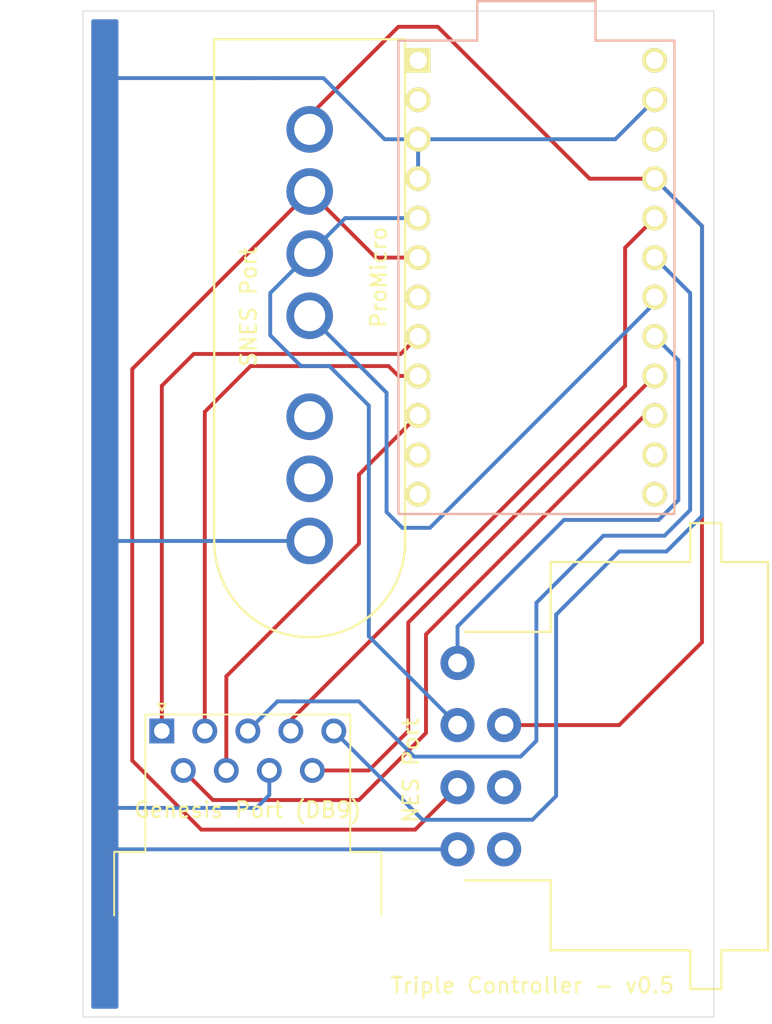
<source format=kicad_pcb>
(kicad_pcb (version 20171130) (host pcbnew "(5.1.10-1-10_14)")

  (general
    (thickness 1.6)
    (drawings 5)
    (tracks 102)
    (zones 0)
    (modules 4)
    (nets 27)
  )

  (page A4)
  (layers
    (0 F.Cu signal)
    (31 B.Cu signal)
    (33 F.Adhes user)
    (35 F.Paste user)
    (37 F.SilkS user)
    (38 B.Mask user)
    (39 F.Mask user)
    (40 Dwgs.User user)
    (41 Cmts.User user)
    (42 Eco1.User user)
    (43 Eco2.User user)
    (44 Edge.Cuts user)
    (45 Margin user)
    (46 B.CrtYd user)
    (47 F.CrtYd user)
    (49 F.Fab user)
  )

  (setup
    (last_trace_width 0.25)
    (trace_clearance 0.2)
    (zone_clearance 0.508)
    (zone_45_only yes)
    (trace_min 0.2)
    (via_size 0.8)
    (via_drill 0.4)
    (via_min_size 0.4)
    (via_min_drill 0.3)
    (uvia_size 0.3)
    (uvia_drill 0.1)
    (uvias_allowed no)
    (uvia_min_size 0.2)
    (uvia_min_drill 0.1)
    (edge_width 0.05)
    (segment_width 0.2)
    (pcb_text_width 0.3)
    (pcb_text_size 1.5 1.5)
    (mod_edge_width 0.12)
    (mod_text_size 1 1)
    (mod_text_width 0.15)
    (pad_size 1.6 1.6)
    (pad_drill 1.1)
    (pad_to_mask_clearance 0)
    (aux_axis_origin 0 0)
    (visible_elements FFFFEF7F)
    (pcbplotparams
      (layerselection 0x010e8_ffffffff)
      (usegerberextensions false)
      (usegerberattributes true)
      (usegerberadvancedattributes true)
      (creategerberjobfile true)
      (excludeedgelayer true)
      (linewidth 0.100000)
      (plotframeref false)
      (viasonmask false)
      (mode 1)
      (useauxorigin false)
      (hpglpennumber 1)
      (hpglpenspeed 20)
      (hpglpendiameter 15.000000)
      (psnegative false)
      (psa4output false)
      (plotreference true)
      (plotvalue true)
      (plotinvisibletext false)
      (padsonsilk false)
      (subtractmaskfromsilk false)
      (outputformat 1)
      (mirror false)
      (drillshape 0)
      (scaleselection 1)
      (outputdirectory "output/"))
  )

  (net 0 "")
  (net 1 "Net-(J2-Pad6)")
  (net 2 "Net-(J2-Pad5)")
  (net 3 "Net-(J2-Pad4)")
  (net 4 "Net-(J1-Pad3)")
  (net 5 "Net-(J1-Pad2)")
  (net 6 "Net-(J1-Pad7)")
  (net 7 "Net-(J1-Pad6)")
  (net 8 "Net-(J1-Pad5)")
  (net 9 "Net-(J1-Pad4)")
  (net 10 "Net-(J1-Pad1)")
  (net 11 "Net-(J3-Pad9)")
  (net 12 "Net-(J3-Pad7)")
  (net 13 "Net-(J3-Pad6)")
  (net 14 "Net-(J3-Pad4)")
  (net 15 "Net-(J3-Pad3)")
  (net 16 "Net-(J3-Pad2)")
  (net 17 "Net-(J3-Pad1)")
  (net 18 "Net-(U1-Pad24)")
  (net 19 "Net-(U1-Pad22)")
  (net 20 "Net-(U1-Pad14)")
  (net 21 "Net-(U1-Pad13)")
  (net 22 "Net-(U1-Pad12)")
  (net 23 "Net-(U1-Pad11)")
  (net 24 "Net-(U1-Pad7)")
  (net 25 "Net-(U1-Pad2)")
  (net 26 "Net-(U1-Pad1)")

  (net_class Default "This is the default net class."
    (clearance 0.2)
    (trace_width 0.25)
    (via_dia 0.8)
    (via_drill 0.4)
    (uvia_dia 0.3)
    (uvia_drill 0.1)
    (add_net "Net-(J1-Pad1)")
    (add_net "Net-(J1-Pad2)")
    (add_net "Net-(J1-Pad3)")
    (add_net "Net-(J1-Pad4)")
    (add_net "Net-(J1-Pad5)")
    (add_net "Net-(J1-Pad6)")
    (add_net "Net-(J1-Pad7)")
    (add_net "Net-(J2-Pad4)")
    (add_net "Net-(J2-Pad5)")
    (add_net "Net-(J2-Pad6)")
    (add_net "Net-(J3-Pad1)")
    (add_net "Net-(J3-Pad2)")
    (add_net "Net-(J3-Pad3)")
    (add_net "Net-(J3-Pad4)")
    (add_net "Net-(J3-Pad6)")
    (add_net "Net-(J3-Pad7)")
    (add_net "Net-(J3-Pad9)")
    (add_net "Net-(U1-Pad1)")
    (add_net "Net-(U1-Pad11)")
    (add_net "Net-(U1-Pad12)")
    (add_net "Net-(U1-Pad13)")
    (add_net "Net-(U1-Pad14)")
    (add_net "Net-(U1-Pad2)")
    (add_net "Net-(U1-Pad22)")
    (add_net "Net-(U1-Pad24)")
    (add_net "Net-(U1-Pad7)")
  )

  (module pkl_connectors:SNES (layer F.Cu) (tedit 61218B21) (tstamp 6121BDC1)
    (at 142.875 34.29 270)
    (path /61207A16)
    (fp_text reference J2 (at 11.43 -3.683 90) (layer F.SilkS) hide
      (effects (font (size 1 1) (thickness 0.15)))
    )
    (fp_text value "SNES Port" (at 11.43 3.937 270) (layer F.SilkS)
      (effects (font (size 1 1) (thickness 0.15)))
    )
    (fp_line (start -4.6 8) (end 26.5 8) (layer F.Fab) (width 0.12))
    (fp_line (start -7.6 -5) (end -7.6 5) (layer F.Fab) (width 0.12))
    (fp_line (start -4.6 -8) (end 26.5 -8) (layer F.Fab) (width 0.12))
    (fp_line (start -5.9 6.3) (end 26.5 6.3) (layer F.Fab) (width 0.12))
    (fp_line (start -5.9 -6.3) (end -5.9 6.3) (layer F.Fab) (width 0.12))
    (fp_line (start -5.9 -6.3) (end 26.5 -6.3) (layer F.Fab) (width 0.12))
    (fp_circle (center 26.5 0) (end 28.15 0) (layer F.Fab) (width 0.12))
    (fp_circle (center 22.5 0) (end 24.15 0) (layer F.Fab) (width 0.12))
    (fp_circle (center 18.5 0) (end 20.15 0) (layer F.Fab) (width 0.12))
    (fp_circle (center 12 0) (end 13.65 0) (layer F.Fab) (width 0.12))
    (fp_circle (center 8 0) (end 9.65 0) (layer F.Fab) (width 0.12))
    (fp_circle (center 4 0) (end 5.65 0) (layer F.Fab) (width 0.12))
    (fp_circle (center 0 0) (end 1.65 0) (layer F.Fab) (width 0.12))
    (fp_line (start -5.8 6.15) (end -5.8 -6.15) (layer F.SilkS) (width 0.15))
    (fp_line (start -5.8 -6.15) (end 26.5 -6.15) (layer F.SilkS) (width 0.15))
    (fp_line (start -5.8 6.15) (end 26.5 6.15) (layer F.SilkS) (width 0.15))
    (fp_arc (start -4.6 -5) (end -4.6 -8) (angle -90) (layer F.Fab) (width 0.12))
    (fp_arc (start -4.6 5) (end -7.6 5) (angle -90) (layer F.Fab) (width 0.12))
    (fp_arc (start 26.5 0) (end 26.5 8) (angle -180) (layer F.Fab) (width 0.12))
    (fp_arc (start 26.5 0) (end 26.5 6.3) (angle -180) (layer F.Fab) (width 0.12))
    (fp_arc (start 26.55 0) (end 26.5 -6.15) (angle 90.46580908) (layer F.SilkS) (width 0.15))
    (fp_arc (start 26.55 0) (end 32.7 0) (angle 90.46580908) (layer F.SilkS) (width 0.15))
    (pad 7 thru_hole circle (at 26.5 0 270) (size 3 3) (drill 2) (layers *.Cu *.Mask)
      (net 10 "Net-(J1-Pad1)"))
    (pad 6 thru_hole circle (at 22.5 0 270) (size 3 3) (drill 2) (layers *.Cu *.Mask)
      (net 1 "Net-(J2-Pad6)"))
    (pad 5 thru_hole circle (at 18.5 0 270) (size 3 3) (drill 2) (layers *.Cu *.Mask)
      (net 2 "Net-(J2-Pad5)"))
    (pad 4 thru_hole circle (at 12 0 270) (size 3 3) (drill 2) (layers *.Cu *.Mask)
      (net 3 "Net-(J2-Pad4)"))
    (pad 3 thru_hole circle (at 8 0 270) (size 3 3) (drill 2) (layers *.Cu *.Mask)
      (net 4 "Net-(J1-Pad3)"))
    (pad 2 thru_hole circle (at 4 0 270) (size 3 3) (drill 2) (layers *.Cu *.Mask)
      (net 5 "Net-(J1-Pad2)"))
    (pad 1 thru_hole circle (at 0 0 270) (size 3 3) (drill 2) (layers *.Cu *.Mask)
      (net 6 "Net-(J1-Pad7)"))
    (model /mnt/venture-data/projects/icebreaker/icebreaker-pmod-git/lib/pkl/packages3d/pkl_connectors.3dshapes/SNES.stp
      (offset (xyz 16.3 4.8 15))
      (scale (xyz 1 1 1))
      (rotate (xyz -90 0 0))
    )
  )

  (module Connector_Dsub:DSUB-9_Male_Horizontal_P2.77x2.54mm_EdgePinOffset9.40mm (layer F.Cu) (tedit 59FEDEE2) (tstamp 61219F9D)
    (at 133.35 73.025)
    (descr "9-pin D-Sub connector, horizontal/angled (90 deg), THT-mount, male, pitch 2.77x2.54mm, pin-PCB-offset 9.4mm, see http://docs-europe.electrocomponents.com/webdocs/1585/0900766b81585df2.pdf")
    (tags "9-pin D-Sub connector horizontal angled 90deg THT male pitch 2.77x2.54mm pin-PCB-offset 9.4mm")
    (path /61205FCB)
    (fp_text reference J3 (at 5.54 -1.8) (layer F.SilkS) hide
      (effects (font (size 1 1) (thickness 0.15)))
    )
    (fp_text value "Genesis Port (DB9)" (at 5.54 5.08) (layer F.SilkS)
      (effects (font (size 1 1) (thickness 0.15)))
    )
    (fp_line (start -0.1 0) (end -0.1 7.84) (layer F.Fab) (width 0.1))
    (fp_line (start 0 0) (end 0 7.84) (layer F.Fab) (width 0.1))
    (fp_line (start 0.1 0) (end 0.1 7.84) (layer F.Fab) (width 0.1))
    (fp_line (start 2.67 0) (end 2.67 7.84) (layer F.Fab) (width 0.1))
    (fp_line (start 2.77 0) (end 2.77 7.84) (layer F.Fab) (width 0.1))
    (fp_line (start 2.87 0) (end 2.87 7.84) (layer F.Fab) (width 0.1))
    (fp_line (start 5.44 0) (end 5.44 7.84) (layer F.Fab) (width 0.1))
    (fp_line (start 5.54 0) (end 5.54 7.84) (layer F.Fab) (width 0.1))
    (fp_line (start 5.64 0) (end 5.64 7.84) (layer F.Fab) (width 0.1))
    (fp_line (start 8.21 0) (end 8.21 7.84) (layer F.Fab) (width 0.1))
    (fp_line (start 8.31 0) (end 8.31 7.84) (layer F.Fab) (width 0.1))
    (fp_line (start 8.41 0) (end 8.41 7.84) (layer F.Fab) (width 0.1))
    (fp_line (start 10.98 0) (end 10.98 7.84) (layer F.Fab) (width 0.1))
    (fp_line (start 11.08 0) (end 11.08 7.84) (layer F.Fab) (width 0.1))
    (fp_line (start 11.18 0) (end 11.18 7.84) (layer F.Fab) (width 0.1))
    (fp_line (start 1.285 2.54) (end 1.285 7.84) (layer F.Fab) (width 0.1))
    (fp_line (start 1.385 2.54) (end 1.385 7.84) (layer F.Fab) (width 0.1))
    (fp_line (start 1.485 2.54) (end 1.485 7.84) (layer F.Fab) (width 0.1))
    (fp_line (start 4.055 2.54) (end 4.055 7.84) (layer F.Fab) (width 0.1))
    (fp_line (start 4.155 2.54) (end 4.155 7.84) (layer F.Fab) (width 0.1))
    (fp_line (start 4.255 2.54) (end 4.255 7.84) (layer F.Fab) (width 0.1))
    (fp_line (start 6.825 2.54) (end 6.825 7.84) (layer F.Fab) (width 0.1))
    (fp_line (start 6.925 2.54) (end 6.925 7.84) (layer F.Fab) (width 0.1))
    (fp_line (start 7.025 2.54) (end 7.025 7.84) (layer F.Fab) (width 0.1))
    (fp_line (start 9.595 2.54) (end 9.595 7.84) (layer F.Fab) (width 0.1))
    (fp_line (start 9.695 2.54) (end 9.695 7.84) (layer F.Fab) (width 0.1))
    (fp_line (start 9.795 2.54) (end 9.795 7.84) (layer F.Fab) (width 0.1))
    (fp_line (start -3.01 7.84) (end -3.01 11.94) (layer F.Fab) (width 0.1))
    (fp_line (start -3.01 11.94) (end 14.09 11.94) (layer F.Fab) (width 0.1))
    (fp_line (start 14.09 11.94) (end 14.09 7.84) (layer F.Fab) (width 0.1))
    (fp_line (start 14.09 7.84) (end -3.01 7.84) (layer F.Fab) (width 0.1))
    (fp_line (start -9.885 11.94) (end -9.885 12.34) (layer F.Fab) (width 0.1))
    (fp_line (start -9.885 12.34) (end 20.965 12.34) (layer F.Fab) (width 0.1))
    (fp_line (start 20.965 12.34) (end 20.965 11.94) (layer F.Fab) (width 0.1))
    (fp_line (start 20.965 11.94) (end -9.885 11.94) (layer F.Fab) (width 0.1))
    (fp_line (start -2.61 12.34) (end -2.61 18.34) (layer F.Fab) (width 0.1))
    (fp_line (start -2.61 18.34) (end 13.69 18.34) (layer F.Fab) (width 0.1))
    (fp_line (start 13.69 18.34) (end 13.69 12.34) (layer F.Fab) (width 0.1))
    (fp_line (start 13.69 12.34) (end -2.61 12.34) (layer F.Fab) (width 0.1))
    (fp_line (start -3.07 11.88) (end -3.07 7.78) (layer F.SilkS) (width 0.12))
    (fp_line (start -3.07 7.78) (end -1.06 7.78) (layer F.SilkS) (width 0.12))
    (fp_line (start -1.06 7.78) (end -1.06 -1.06) (layer F.SilkS) (width 0.12))
    (fp_line (start -1.06 -1.06) (end 12.14 -1.06) (layer F.SilkS) (width 0.12))
    (fp_line (start 12.14 -1.06) (end 12.14 7.78) (layer F.SilkS) (width 0.12))
    (fp_line (start 12.14 7.78) (end 14.15 7.78) (layer F.SilkS) (width 0.12))
    (fp_line (start 14.15 7.78) (end 14.15 11.88) (layer F.SilkS) (width 0.12))
    (fp_line (start -0.25 -1.754338) (end 0.25 -1.754338) (layer F.SilkS) (width 0.12))
    (fp_line (start 0.25 -1.754338) (end 0 -1.321325) (layer F.SilkS) (width 0.12))
    (fp_line (start 0 -1.321325) (end -0.25 -1.754338) (layer F.SilkS) (width 0.12))
    (fp_line (start -3.15 18.85) (end -3.15 12.85) (layer F.CrtYd) (width 0.05))
    (fp_line (start -3.15 12.85) (end -10.4 12.85) (layer F.CrtYd) (width 0.05))
    (fp_line (start -10.4 12.85) (end -10.4 11.45) (layer F.CrtYd) (width 0.05))
    (fp_line (start -10.4 11.45) (end -3.55 11.45) (layer F.CrtYd) (width 0.05))
    (fp_line (start -3.55 11.45) (end -3.55 7.35) (layer F.CrtYd) (width 0.05))
    (fp_line (start -3.55 7.35) (end -1.3 7.35) (layer F.CrtYd) (width 0.05))
    (fp_line (start -1.3 7.35) (end -1.3 -1.35) (layer F.CrtYd) (width 0.05))
    (fp_line (start -1.3 -1.35) (end 12.4 -1.35) (layer F.CrtYd) (width 0.05))
    (fp_line (start 12.4 -1.35) (end 12.4 7.35) (layer F.CrtYd) (width 0.05))
    (fp_line (start 12.4 7.35) (end 14.6 7.35) (layer F.CrtYd) (width 0.05))
    (fp_line (start 14.6 7.35) (end 14.6 11.45) (layer F.CrtYd) (width 0.05))
    (fp_line (start 14.6 11.45) (end 21.5 11.45) (layer F.CrtYd) (width 0.05))
    (fp_line (start 21.5 11.45) (end 21.5 12.85) (layer F.CrtYd) (width 0.05))
    (fp_line (start 21.5 12.85) (end 14.2 12.85) (layer F.CrtYd) (width 0.05))
    (fp_line (start 14.2 12.85) (end 14.2 18.85) (layer F.CrtYd) (width 0.05))
    (fp_line (start 14.2 18.85) (end -3.15 18.85) (layer F.CrtYd) (width 0.05))
    (fp_text user %R (at 5.64 7.84) (layer F.SilkS) hide
      (effects (font (size 1 1) (thickness 0.15)))
    )
    (pad 9 thru_hole circle (at 9.695 2.54) (size 1.6 1.6) (drill 1) (layers *.Cu *.Mask)
      (net 11 "Net-(J3-Pad9)"))
    (pad 8 thru_hole circle (at 6.925 2.54) (size 1.6 1.6) (drill 1) (layers *.Cu *.Mask)
      (net 10 "Net-(J1-Pad1)"))
    (pad 7 thru_hole circle (at 4.155 2.54) (size 1.6 1.6) (drill 1) (layers *.Cu *.Mask)
      (net 12 "Net-(J3-Pad7)"))
    (pad 6 thru_hole circle (at 1.385 2.54) (size 1.6 1.6) (drill 1) (layers *.Cu *.Mask)
      (net 13 "Net-(J3-Pad6)"))
    (pad 5 thru_hole circle (at 11.08 0) (size 1.6 1.6) (drill 1) (layers *.Cu *.Mask)
      (net 6 "Net-(J1-Pad7)"))
    (pad 4 thru_hole circle (at 8.31 0) (size 1.6 1.6) (drill 1) (layers *.Cu *.Mask)
      (net 14 "Net-(J3-Pad4)"))
    (pad 3 thru_hole circle (at 5.54 0) (size 1.6 1.6) (drill 1) (layers *.Cu *.Mask)
      (net 15 "Net-(J3-Pad3)"))
    (pad 2 thru_hole circle (at 2.77 0) (size 1.6 1.6) (drill 1) (layers *.Cu *.Mask)
      (net 16 "Net-(J3-Pad2)"))
    (pad 1 thru_hole rect (at 0 0) (size 1.6 1.6) (drill 1) (layers *.Cu *.Mask)
      (net 17 "Net-(J3-Pad1)"))
    (model ${KISYS3DMOD}/Connector_Dsub.3dshapes/DSUB-9_Male_Horizontal_P2.77x2.54mm_EdgePinOffset9.40mm.wrl
      (at (xyz 0 0 0))
      (scale (xyz 1 1 1))
      (rotate (xyz 0 0 0))
    )
  )

  (module promicro:ProMicro (layer F.Cu) (tedit 61225BA6) (tstamp 6121AD5D)
    (at 157.48 43.815 270)
    (descr "Pro Micro footprint")
    (tags "promicro ProMicro")
    (path /61201496)
    (fp_text reference U1 (at 0 -10.16 90) (layer F.SilkS) hide
      (effects (font (size 1 1) (thickness 0.15)))
    )
    (fp_text value ProMicro (at 0 10.16 90) (layer F.SilkS)
      (effects (font (size 1 1) (thickness 0.15)))
    )
    (fp_line (start 15.24 -8.89) (end 15.24 8.89) (layer B.SilkS) (width 0.15))
    (fp_line (start 15.24 8.89) (end -15.24 8.89) (layer B.SilkS) (width 0.15))
    (fp_line (start -15.24 8.89) (end -15.24 3.81) (layer B.SilkS) (width 0.15))
    (fp_line (start -15.24 3.81) (end -17.78 3.81) (layer B.SilkS) (width 0.15))
    (fp_line (start -17.78 3.81) (end -17.78 -3.81) (layer B.SilkS) (width 0.15))
    (fp_line (start -17.78 -3.81) (end -15.24 -3.81) (layer B.SilkS) (width 0.15))
    (fp_line (start -15.24 -3.81) (end -15.24 -8.89) (layer B.SilkS) (width 0.15))
    (fp_line (start -15.24 -8.89) (end 15.24 -8.89) (layer B.SilkS) (width 0.15))
    (fp_line (start -15.24 8.89) (end 15.24 8.89) (layer F.SilkS) (width 0.15))
    (fp_line (start -15.24 8.89) (end -15.24 3.81) (layer F.SilkS) (width 0.15))
    (fp_line (start -15.24 3.81) (end -17.78 3.81) (layer F.SilkS) (width 0.15))
    (fp_line (start -17.78 3.81) (end -17.78 -3.81) (layer F.SilkS) (width 0.15))
    (fp_line (start -17.78 -3.81) (end -15.24 -3.81) (layer F.SilkS) (width 0.15))
    (fp_line (start -15.24 -3.81) (end -15.24 -8.89) (layer F.SilkS) (width 0.15))
    (fp_line (start -15.24 -8.89) (end 15.24 -8.89) (layer F.SilkS) (width 0.15))
    (fp_line (start 15.24 -8.89) (end 15.24 8.89) (layer F.SilkS) (width 0.15))
    (pad 24 thru_hole circle (at -13.97 -7.62 270) (size 1.6 1.6) (drill 1.1) (layers *.Cu *.Mask F.SilkS)
      (net 18 "Net-(U1-Pad24)"))
    (pad 23 thru_hole circle (at -11.43 -7.62 270) (size 1.6 1.6) (drill 1.1) (layers *.Cu *.Mask F.SilkS)
      (net 10 "Net-(J1-Pad1)"))
    (pad 22 thru_hole circle (at -8.89 -7.62 270) (size 1.6 1.6) (drill 1.1) (layers *.Cu *.Mask F.SilkS)
      (net 19 "Net-(U1-Pad22)"))
    (pad 21 thru_hole circle (at -6.35 -7.62 270) (size 1.6 1.6) (drill 1.1) (layers *.Cu *.Mask F.SilkS)
      (net 6 "Net-(J1-Pad7)"))
    (pad 20 thru_hole circle (at -3.81 -7.62 270) (size 1.6 1.6) (drill 1.1) (layers *.Cu *.Mask F.SilkS)
      (net 14 "Net-(J3-Pad4)"))
    (pad 19 thru_hole circle (at -1.27 -7.62 270) (size 1.6 1.6) (drill 1.1) (layers *.Cu *.Mask F.SilkS)
      (net 15 "Net-(J3-Pad3)"))
    (pad 18 thru_hole circle (at 1.27 -7.62 270) (size 1.6 1.6) (drill 1.1) (layers *.Cu *.Mask F.SilkS)
      (net 3 "Net-(J2-Pad4)"))
    (pad 17 thru_hole circle (at 3.81 -7.62 270) (size 1.6 1.6) (drill 1.1) (layers *.Cu *.Mask F.SilkS)
      (net 9 "Net-(J1-Pad4)"))
    (pad 16 thru_hole circle (at 6.35 -7.62 270) (size 1.6 1.6) (drill 1.1) (layers *.Cu *.Mask F.SilkS)
      (net 11 "Net-(J3-Pad9)"))
    (pad 15 thru_hole circle (at 8.89 -7.62 270) (size 1.6 1.6) (drill 1.1) (layers *.Cu *.Mask F.SilkS)
      (net 13 "Net-(J3-Pad6)"))
    (pad 14 thru_hole circle (at 11.43 -7.62 270) (size 1.6 1.6) (drill 1.1) (layers *.Cu *.Mask F.SilkS)
      (net 20 "Net-(U1-Pad14)"))
    (pad 13 thru_hole circle (at 13.97 -7.62 270) (size 1.6 1.6) (drill 1.1) (layers *.Cu *.Mask F.SilkS)
      (net 21 "Net-(U1-Pad13)"))
    (pad 12 thru_hole circle (at 13.97 7.62 270) (size 1.6 1.6) (drill 1.1) (layers *.Cu *.Mask F.SilkS)
      (net 22 "Net-(U1-Pad12)"))
    (pad 11 thru_hole circle (at 11.43 7.62 270) (size 1.6 1.6) (drill 1.1) (layers *.Cu *.Mask F.SilkS)
      (net 23 "Net-(U1-Pad11)"))
    (pad 10 thru_hole circle (at 8.89 7.62 270) (size 1.6 1.6) (drill 1.1) (layers *.Cu *.Mask F.SilkS)
      (net 12 "Net-(J3-Pad7)"))
    (pad 9 thru_hole circle (at 6.35 7.62 270) (size 1.6 1.6) (drill 1.1) (layers *.Cu *.Mask F.SilkS)
      (net 16 "Net-(J3-Pad2)"))
    (pad 8 thru_hole circle (at 3.81 7.62 270) (size 1.6 1.6) (drill 1.1) (layers *.Cu *.Mask F.SilkS)
      (net 17 "Net-(J3-Pad1)"))
    (pad 7 thru_hole circle (at 1.27 7.62 270) (size 1.6 1.6) (drill 1.1) (layers *.Cu *.Mask F.SilkS)
      (net 24 "Net-(U1-Pad7)"))
    (pad 6 thru_hole circle (at -1.27 7.62 270) (size 1.6 1.6) (drill 1.1) (layers *.Cu *.Mask F.SilkS)
      (net 5 "Net-(J1-Pad2)"))
    (pad 5 thru_hole circle (at -3.81 7.62 270) (size 1.6 1.6) (drill 1.1) (layers *.Cu *.Mask F.SilkS)
      (net 4 "Net-(J1-Pad3)"))
    (pad 4 thru_hole circle (at -6.35 7.62 270) (size 1.6 1.6) (drill 1.1) (layers *.Cu *.Mask F.SilkS)
      (net 10 "Net-(J1-Pad1)"))
    (pad 3 thru_hole circle (at -8.89 7.62 270) (size 1.6 1.6) (drill 1.1) (layers *.Cu *.Mask F.SilkS)
      (net 10 "Net-(J1-Pad1)"))
    (pad 2 thru_hole circle (at -11.43 7.62 270) (size 1.6 1.6) (drill 1.1) (layers *.Cu *.Mask F.SilkS)
      (net 25 "Net-(U1-Pad2)"))
    (pad 1 thru_hole rect (at -13.97 7.62 270) (size 1.6 1.6) (drill 1.1) (layers *.Cu *.Mask F.SilkS)
      (net 26 "Net-(U1-Pad1)"))
  )

  (module pkl_connectors:NES (layer F.Cu) (tedit 5F29DCDF) (tstamp 6121AC8C)
    (at 152.4 80.645 90)
    (path /61201E61)
    (fp_text reference J1 (at 6.35 12.7 270) (layer F.SilkS) hide
      (effects (font (size 1 1) (thickness 0.15)))
    )
    (fp_text value "NES Port" (at 5.08 -3 90) (layer F.SilkS)
      (effects (font (size 1 1) (thickness 0.15)))
    )
    (fp_line (start -2.25 -2) (end 14.25 -2) (layer F.CrtYd) (width 0.05))
    (fp_line (start 14 0.5) (end 14 6) (layer F.Fab) (width 0.12))
    (fp_line (start -2 0.5) (end -2 6) (layer F.Fab) (width 0.12))
    (fp_line (start -2 0.5) (end 14 0.5) (layer F.Fab) (width 0.12))
    (fp_circle (center 8 3) (end 9.65 3) (layer F.Fab) (width 0.12))
    (fp_circle (center 4 3) (end 5.65 3) (layer F.Fab) (width 0.12))
    (fp_circle (center 0 3) (end 1.65 3) (layer F.Fab) (width 0.12))
    (fp_circle (center 12 0) (end 13.65 0) (layer F.Fab) (width 0.12))
    (fp_circle (center 8 0) (end 9.65 0) (layer F.Fab) (width 0.12))
    (fp_circle (center 4 0) (end 5.65 0) (layer F.Fab) (width 0.12))
    (fp_circle (center 0 0) (end 1.65 0) (layer F.Fab) (width 0.12))
    (fp_line (start -2 0.5) (end -2 6) (layer F.SilkS) (width 0.15))
    (fp_line (start 14 6) (end 18.5 6) (layer F.Fab) (width 0.12))
    (fp_line (start 18.5 6) (end 18.5 20) (layer F.Fab) (width 0.12))
    (fp_line (start 18.5 20) (end -6.5 20) (layer F.Fab) (width 0.12))
    (fp_line (start -6.5 20) (end -6.5 6) (layer F.Fab) (width 0.12))
    (fp_line (start -6.5 6) (end -2 6) (layer F.Fab) (width 0.12))
    (fp_line (start 18.5 15) (end 21 15) (layer F.Fab) (width 0.12))
    (fp_line (start 21 15) (end 21 17) (layer F.Fab) (width 0.12))
    (fp_line (start 21 17) (end 18.5 17) (layer F.Fab) (width 0.12))
    (fp_line (start -6.5 15) (end -9 15) (layer F.Fab) (width 0.12))
    (fp_line (start -9 15) (end -9 17) (layer F.Fab) (width 0.12))
    (fp_line (start -9 17) (end -6.5 17) (layer F.Fab) (width 0.12))
    (fp_line (start -2.25 -2) (end -2.25 5.75) (layer F.CrtYd) (width 0.05))
    (fp_line (start -2.25 5.75) (end -6.75 5.75) (layer F.CrtYd) (width 0.05))
    (fp_line (start -6.75 5.75) (end -6.75 14.75) (layer F.CrtYd) (width 0.05))
    (fp_line (start -6.75 14.75) (end -9.25 14.75) (layer F.CrtYd) (width 0.05))
    (fp_line (start -9.25 14.75) (end -9.25 17.25) (layer F.CrtYd) (width 0.05))
    (fp_line (start -9.25 17.25) (end -6.75 17.25) (layer F.CrtYd) (width 0.05))
    (fp_line (start -6.75 17.25) (end -6.75 20.25) (layer F.CrtYd) (width 0.05))
    (fp_line (start -6.75 20.25) (end 18.75 20.25) (layer F.CrtYd) (width 0.05))
    (fp_line (start 18.75 20.25) (end 18.75 17.25) (layer F.CrtYd) (width 0.05))
    (fp_line (start 18.75 17.25) (end 21.25 17.25) (layer F.CrtYd) (width 0.05))
    (fp_line (start 21.25 17.25) (end 21.25 14.75) (layer F.CrtYd) (width 0.05))
    (fp_line (start 21.25 14.75) (end 18.75 14.75) (layer F.CrtYd) (width 0.05))
    (fp_line (start 18.75 14.75) (end 18.75 5.75) (layer F.CrtYd) (width 0.05))
    (fp_line (start 18.75 5.75) (end 14.25 5.75) (layer F.CrtYd) (width 0.05))
    (fp_line (start 14.25 5.75) (end 14.25 -2) (layer F.CrtYd) (width 0.05))
    (fp_line (start -2 6) (end -6.5 6) (layer F.SilkS) (width 0.15))
    (fp_line (start -6.5 6) (end -6.5 15) (layer F.SilkS) (width 0.15))
    (fp_line (start -6.5 15) (end -9 15) (layer F.SilkS) (width 0.15))
    (fp_line (start -9 15) (end -9 17) (layer F.SilkS) (width 0.15))
    (fp_line (start -9 17) (end -6.5 17) (layer F.SilkS) (width 0.15))
    (fp_line (start -6.5 17) (end -6.5 20) (layer F.SilkS) (width 0.15))
    (fp_line (start -6.5 20) (end 18.5 20) (layer F.SilkS) (width 0.15))
    (fp_line (start 18.5 20) (end 18.5 17) (layer F.SilkS) (width 0.15))
    (fp_line (start 18.5 17) (end 21 17) (layer F.SilkS) (width 0.15))
    (fp_line (start 21 17) (end 21 15) (layer F.SilkS) (width 0.15))
    (fp_line (start 21 15) (end 18.5 15) (layer F.SilkS) (width 0.15))
    (fp_line (start 18.5 15) (end 18.5 6) (layer F.SilkS) (width 0.15))
    (fp_line (start 18.5 6) (end 14 6) (layer F.SilkS) (width 0.15))
    (fp_line (start 14 6) (end 14 0.5) (layer F.SilkS) (width 0.15))
    (pad "" np_thru_hole circle (at -4 13.25 90) (size 4.1 4.1) (drill 4.1) (layers *.Cu *.Mask))
    (pad "" np_thru_hole circle (at 16 13 90) (size 4.1 4.1) (drill 4.1) (layers *.Cu *.Mask))
    (pad 7 thru_hole circle (at 8 3 90) (size 2.2 2.2) (drill 1.2) (layers *.Cu *.Mask)
      (net 6 "Net-(J1-Pad7)"))
    (pad 6 thru_hole circle (at 4 3 90) (size 2.2 2.2) (drill 1.2) (layers *.Cu *.Mask)
      (net 7 "Net-(J1-Pad6)"))
    (pad 5 thru_hole circle (at 0 3 90) (size 2.2 2.2) (drill 1.2) (layers *.Cu *.Mask)
      (net 8 "Net-(J1-Pad5)"))
    (pad 4 thru_hole circle (at 12 0 90) (size 2.2 2.2) (drill 1.2) (layers *.Cu *.Mask)
      (net 9 "Net-(J1-Pad4)"))
    (pad 3 thru_hole circle (at 8 0 90) (size 2.2 2.2) (drill 1.2) (layers *.Cu *.Mask)
      (net 4 "Net-(J1-Pad3)"))
    (pad 2 thru_hole circle (at 4 0 90) (size 2.2 2.2) (drill 1.2) (layers *.Cu *.Mask)
      (net 5 "Net-(J1-Pad2)"))
    (pad 1 thru_hole circle (at 0 0 90) (size 2.2 2.2) (drill 1.2) (layers *.Cu *.Mask)
      (net 10 "Net-(J1-Pad1)"))
  )

  (gr_text "Triple Controller - v0.5\n" (at 157.226 89.408) (layer F.SilkS)
    (effects (font (size 1 1) (thickness 0.15)))
  )
  (gr_line (start 128.27 26.67) (end 128.27 91.44) (layer Edge.Cuts) (width 0.05) (tstamp 6121DF4F))
  (gr_line (start 168.91 26.67) (end 168.91 91.44) (layer Edge.Cuts) (width 0.05) (tstamp 6121DF4E))
  (gr_line (start 128.27 26.67) (end 168.91 26.67) (layer Edge.Cuts) (width 0.05))
  (gr_line (start 168.91 91.44) (end 128.27 91.44) (layer Edge.Cuts) (width 0.05))

  (segment (start 165.1 45.466) (end 165.1 45.085) (width 0.25) (layer B.Cu) (net 3))
  (segment (start 147.828 51.243) (end 147.828 58.928) (width 0.25) (layer B.Cu) (net 3))
  (segment (start 150.622 59.944) (end 165.1 45.466) (width 0.25) (layer B.Cu) (net 3))
  (segment (start 148.844 59.944) (end 150.622 59.944) (width 0.25) (layer B.Cu) (net 3))
  (segment (start 147.828 58.928) (end 148.844 59.944) (width 0.25) (layer B.Cu) (net 3))
  (segment (start 142.875 46.29) (end 147.828 51.243) (width 0.25) (layer B.Cu) (net 3))
  (segment (start 145.16 40.005) (end 142.875 42.29) (width 0.25) (layer B.Cu) (net 4))
  (segment (start 149.86 40.005) (end 145.16 40.005) (width 0.25) (layer B.Cu) (net 4))
  (segment (start 140.335 47.548998) (end 142.316002 49.53) (width 0.25) (layer B.Cu) (net 4))
  (segment (start 144.145 49.53) (end 146.685 52.07) (width 0.25) (layer B.Cu) (net 4))
  (segment (start 146.685 52.07) (end 146.685 66.93) (width 0.25) (layer B.Cu) (net 4))
  (segment (start 142.316002 49.53) (end 144.145 49.53) (width 0.25) (layer B.Cu) (net 4))
  (segment (start 140.335 44.83) (end 140.335 47.548998) (width 0.25) (layer B.Cu) (net 4))
  (segment (start 142.875 42.29) (end 140.335 44.83) (width 0.25) (layer B.Cu) (net 4))
  (segment (start 146.685 66.93) (end 152.4 72.645) (width 0.25) (layer B.Cu) (net 4))
  (segment (start 147.13 42.545) (end 142.875 38.29) (width 0.25) (layer F.Cu) (net 5))
  (segment (start 149.86 42.545) (end 147.13 42.545) (width 0.25) (layer F.Cu) (net 5))
  (segment (start 142.875 38.29) (end 131.445 49.72) (width 0.25) (layer F.Cu) (net 5))
  (segment (start 131.445 49.72) (end 131.445 74.93) (width 0.25) (layer F.Cu) (net 5))
  (segment (start 131.445 74.93) (end 135.89 79.375) (width 0.25) (layer F.Cu) (net 5))
  (segment (start 149.67 79.375) (end 152.4 76.645) (width 0.25) (layer F.Cu) (net 5))
  (segment (start 135.89 79.375) (end 149.67 79.375) (width 0.25) (layer F.Cu) (net 5))
  (segment (start 165.1 37.465) (end 160.909 37.465) (width 0.25) (layer F.Cu) (net 6))
  (segment (start 160.909 37.465) (end 151.13 27.686) (width 0.25) (layer F.Cu) (net 6))
  (segment (start 151.13 27.686) (end 148.59 27.686) (width 0.25) (layer F.Cu) (net 6))
  (segment (start 142.875 33.401) (end 142.875 34.29) (width 0.25) (layer F.Cu) (net 6))
  (segment (start 148.59 27.686) (end 142.875 33.401) (width 0.25) (layer F.Cu) (net 6))
  (segment (start 165.1 37.465) (end 168.148 40.513) (width 0.25) (layer F.Cu) (net 6))
  (segment (start 168.148 40.513) (end 168.148 67.31) (width 0.25) (layer F.Cu) (net 6))
  (segment (start 162.813 72.645) (end 155.4 72.645) (width 0.25) (layer F.Cu) (net 6))
  (segment (start 168.148 67.31) (end 162.813 72.645) (width 0.25) (layer F.Cu) (net 6))
  (segment (start 165.862 61.468) (end 168.148 59.182) (width 0.25) (layer B.Cu) (net 6))
  (segment (start 168.148 59.182) (end 168.148 40.513) (width 0.25) (layer B.Cu) (net 6))
  (segment (start 162.814 61.468) (end 165.862 61.468) (width 0.25) (layer B.Cu) (net 6))
  (segment (start 168.148 40.513) (end 165.1 37.465) (width 0.25) (layer B.Cu) (net 6))
  (segment (start 158.75 77.216) (end 158.75 65.532) (width 0.25) (layer B.Cu) (net 6))
  (segment (start 157.226 78.74) (end 158.75 77.216) (width 0.25) (layer B.Cu) (net 6))
  (segment (start 158.75 65.532) (end 162.814 61.468) (width 0.25) (layer B.Cu) (net 6))
  (segment (start 150.145 78.74) (end 157.226 78.74) (width 0.25) (layer B.Cu) (net 6))
  (segment (start 144.43 73.025) (end 150.145 78.74) (width 0.25) (layer B.Cu) (net 6))
  (segment (start 165.1 47.625) (end 166.624 49.149) (width 0.25) (layer B.Cu) (net 9))
  (segment (start 166.624 49.149) (end 166.624 49.276) (width 0.25) (layer B.Cu) (net 9))
  (segment (start 166.624 58.166) (end 166.624 49.149) (width 0.25) (layer B.Cu) (net 9))
  (segment (start 165.354 59.436) (end 166.624 58.166) (width 0.25) (layer B.Cu) (net 9))
  (segment (start 159.258 59.436) (end 165.354 59.436) (width 0.25) (layer B.Cu) (net 9))
  (segment (start 152.4 66.294) (end 159.258 59.436) (width 0.25) (layer B.Cu) (net 9))
  (segment (start 152.4 68.645) (end 152.4 66.294) (width 0.25) (layer B.Cu) (net 9))
  (segment (start 149.86 37.465) (end 149.86 34.925) (width 0.25) (layer B.Cu) (net 10))
  (segment (start 149.86 34.925) (end 147.701 34.925) (width 0.25) (layer B.Cu) (net 10))
  (segment (start 147.701 34.925) (end 143.764 30.988) (width 0.25) (layer B.Cu) (net 10))
  (segment (start 162.56 34.925) (end 165.1 32.385) (width 0.25) (layer B.Cu) (net 10))
  (segment (start 149.86 34.925) (end 162.56 34.925) (width 0.25) (layer B.Cu) (net 10))
  (segment (start 143.764 30.988) (end 140.716 30.988) (width 0.25) (layer B.Cu) (net 10))
  (segment (start 140.716 30.988) (end 140.462 30.988) (width 0.25) (layer B.Cu) (net 10))
  (segment (start 140.716 30.988) (end 139.192 30.988) (width 0.25) (layer B.Cu) (net 10))
  (segment (start 139.192 30.988) (end 130.556 30.988) (width 0.25) (layer B.Cu) (net 10))
  (segment (start 139.192 30.988) (end 138.684 30.988) (width 0.25) (layer B.Cu) (net 10))
  (segment (start 140.275 75.565) (end 140.275 77.149) (width 0.25) (layer B.Cu) (net 10))
  (segment (start 140.275 77.149) (end 139.446 77.978) (width 0.25) (layer B.Cu) (net 10))
  (segment (start 139.446 77.978) (end 130.302 77.978) (width 0.25) (layer B.Cu) (net 10))
  (segment (start 152.4 80.645) (end 130.175 80.645) (width 0.25) (layer B.Cu) (net 10))
  (segment (start 142.875 60.79) (end 129.37 60.79) (width 0.25) (layer B.Cu) (net 10))
  (segment (start 165.1 50.165) (end 149.225 66.04) (width 0.25) (layer F.Cu) (net 11))
  (segment (start 149.225 66.04) (end 149.225 73.025) (width 0.25) (layer F.Cu) (net 11))
  (segment (start 146.685 75.565) (end 143.045 75.565) (width 0.25) (layer F.Cu) (net 11))
  (segment (start 149.225 73.025) (end 146.685 75.565) (width 0.25) (layer F.Cu) (net 11))
  (segment (start 137.505 69.505) (end 137.505 75.565) (width 0.25) (layer F.Cu) (net 12))
  (segment (start 146.05 60.96) (end 137.505 69.505) (width 0.25) (layer F.Cu) (net 12))
  (segment (start 146.05 56.515) (end 146.05 60.96) (width 0.25) (layer F.Cu) (net 12))
  (segment (start 149.86 52.705) (end 146.05 56.515) (width 0.25) (layer F.Cu) (net 12))
  (segment (start 136.64 77.47) (end 134.735 75.565) (width 0.25) (layer F.Cu) (net 13))
  (segment (start 146.05 77.47) (end 136.64 77.47) (width 0.25) (layer F.Cu) (net 13))
  (segment (start 164.465 52.705) (end 165.1 52.705) (width 0.25) (layer F.Cu) (net 13))
  (segment (start 150.368 66.802) (end 164.465 52.705) (width 0.25) (layer F.Cu) (net 13))
  (segment (start 150.368 73.152) (end 146.05 77.47) (width 0.25) (layer F.Cu) (net 13))
  (segment (start 150.368 66.802) (end 150.368 73.152) (width 0.25) (layer F.Cu) (net 13))
  (segment (start 165.1 40.005) (end 163.195 41.91) (width 0.25) (layer F.Cu) (net 14))
  (segment (start 163.195 41.91) (end 163.195 50.8) (width 0.25) (layer F.Cu) (net 14))
  (segment (start 141.66 72.335) (end 141.66 73.025) (width 0.25) (layer F.Cu) (net 14))
  (segment (start 163.195 50.8) (end 141.66 72.335) (width 0.25) (layer F.Cu) (net 14))
  (segment (start 156.464 74.676) (end 149.606 74.676) (width 0.25) (layer B.Cu) (net 15))
  (segment (start 157.48 64.77) (end 157.48 73.66) (width 0.25) (layer B.Cu) (net 15))
  (segment (start 157.48 73.66) (end 156.464 74.676) (width 0.25) (layer B.Cu) (net 15))
  (segment (start 161.798 60.452) (end 157.48 64.77) (width 0.25) (layer B.Cu) (net 15))
  (segment (start 165.73641 60.452) (end 161.798 60.452) (width 0.25) (layer B.Cu) (net 15))
  (segment (start 167.386 44.831) (end 167.386 58.80241) (width 0.25) (layer B.Cu) (net 15))
  (segment (start 165.1 42.545) (end 167.386 44.831) (width 0.25) (layer B.Cu) (net 15))
  (segment (start 149.606 74.676) (end 146.05 71.12) (width 0.25) (layer B.Cu) (net 15))
  (segment (start 167.386 58.80241) (end 165.73641 60.452) (width 0.25) (layer B.Cu) (net 15))
  (segment (start 140.795 71.12) (end 138.89 73.025) (width 0.25) (layer B.Cu) (net 15))
  (segment (start 141.986 71.12) (end 140.795 71.12) (width 0.25) (layer B.Cu) (net 15))
  (segment (start 146.05 71.12) (end 141.986 71.12) (width 0.25) (layer B.Cu) (net 15))
  (segment (start 141.986 71.12) (end 141.811 71.12) (width 0.25) (layer B.Cu) (net 15))
  (segment (start 136.12 52.475) (end 136.12 73.025) (width 0.25) (layer F.Cu) (net 16))
  (segment (start 147.955 49.53) (end 139.065 49.53) (width 0.25) (layer F.Cu) (net 16))
  (segment (start 148.59 50.165) (end 147.955 49.53) (width 0.25) (layer F.Cu) (net 16))
  (segment (start 139.065 49.53) (end 136.12 52.475) (width 0.25) (layer F.Cu) (net 16))
  (segment (start 149.86 50.165) (end 148.59 50.165) (width 0.25) (layer F.Cu) (net 16))
  (segment (start 148.734999 48.750001) (end 135.399999 48.750001) (width 0.25) (layer F.Cu) (net 17))
  (segment (start 149.86 47.625) (end 148.734999 48.750001) (width 0.25) (layer F.Cu) (net 17))
  (segment (start 135.399999 48.750001) (end 133.35 50.8) (width 0.25) (layer F.Cu) (net 17))
  (segment (start 133.35 50.8) (end 133.35 73.025) (width 0.25) (layer F.Cu) (net 17))

  (zone (net 10) (net_name "Net-(J1-Pad1)") (layer B.Cu) (tstamp 6122C956) (hatch edge 0.508)
    (connect_pads (clearance 0.508))
    (min_thickness 0.254)
    (fill yes (arc_segments 32) (thermal_gap 0.508) (thermal_bridge_width 0.508))
    (polygon
      (pts
        (xy 130.556 91.44) (xy 128.27 91.44) (xy 128.27 26.67) (xy 130.556 26.67)
      )
    )
    (filled_polygon
      (pts
        (xy 130.429 90.78) (xy 128.93 90.78) (xy 128.93 27.33) (xy 130.429 27.33)
      )
    )
  )
)

</source>
